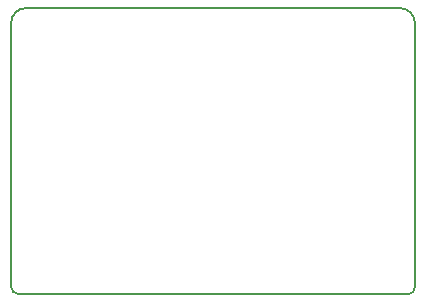
<source format=gko>
G04*
G04 #@! TF.GenerationSoftware,Altium Limited,Altium Designer,21.9.2 (33)*
G04*
G04 Layer_Color=16711935*
%FSLAX25Y25*%
%MOIN*%
G70*
G04*
G04 #@! TF.SameCoordinates,6337DD35-F76D-4253-AB87-260676900378*
G04*
G04*
G04 #@! TF.FilePolarity,Positive*
G04*
G01*
G75*
%ADD33C,0.00600*%
%ADD56C,0.00500*%
D33*
X-67352Y19955D02*
G03*
X-67431Y19685I422J-270D01*
G01*
D56*
X-62431Y94851D02*
G03*
X-67431Y89851I0J-5000D01*
G01*
X67181D02*
G03*
X62181Y94851I-5000J0D01*
G01*
X64961Y-501D02*
G03*
X67181Y1719I0J2220D01*
G01*
X-67431Y1969D02*
G03*
X-64961Y-501I2470J0D01*
G01*
X-67431Y87468D02*
Y89851D01*
X-62431Y94851D02*
X-60651D01*
X60000D01*
X-67431Y1969D02*
Y87468D01*
X-64961Y-501D02*
X64961D01*
X67181Y1719D02*
Y86681D01*
Y86614D02*
Y89851D01*
X60000Y94851D02*
X62181D01*
M02*

</source>
